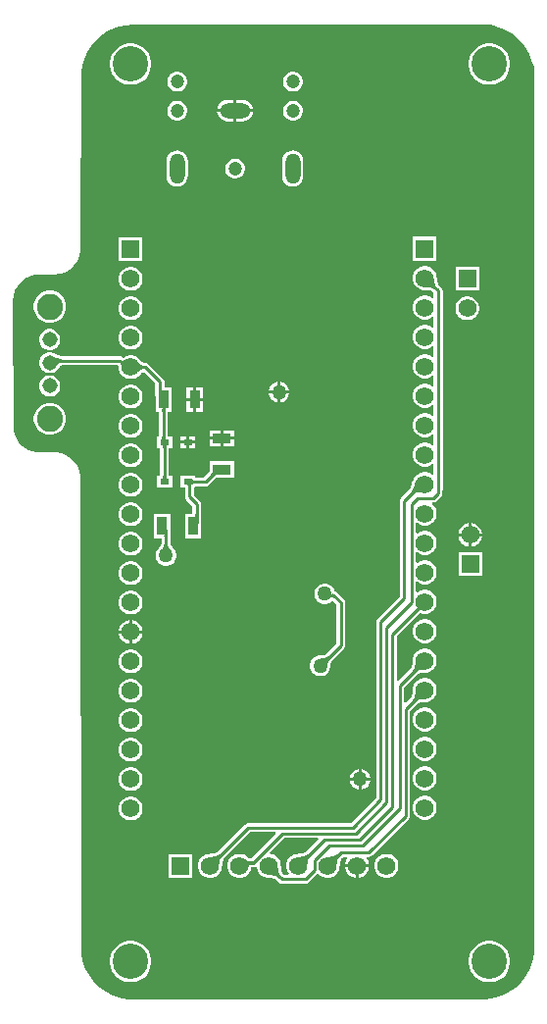
<source format=gbl>
%FSTAX23Y23*%
%MOIN*%
%SFA1B1*%

%IPPOS*%
%ADD14C,0.010000*%
%ADD39C,0.061810*%
%ADD40R,0.061810X0.061810*%
%ADD41R,0.061810X0.061810*%
%ADD44C,0.047240*%
%ADD45O,0.051500X0.102990*%
%ADD46O,0.102990X0.051500*%
%ADD47C,0.051500*%
%ADD48C,0.088580*%
%ADD49C,0.120000*%
%ADD50C,0.050000*%
%ADD51R,0.035430X0.062990*%
%ADD52R,0.031500X0.019680*%
%ADD53R,0.062990X0.035430*%
%LNpcb1-1*%
%LPD*%
G36*
X05041Y04418D02*
X05084Y04402D01*
X05109Y04388*
X0513Y04372*
X05153Y04347*
X05171Y04318*
X05182Y04288*
X05186Y04274*
X05188Y04258*
X05188Y01261*
X05181Y01233*
X05171Y01206*
X05155Y0118*
X05136Y01157*
X05113Y01138*
X05084Y01122*
X05054Y01111*
X05022Y01105*
X03806Y01106*
X03775Y01112*
X03748Y01122*
X03721Y01138*
X03698Y01157*
X03679Y0118*
X03662Y01208*
X03652Y01235*
X03646Y01266*
X03644Y02885*
X03641Y029*
X03636Y02912*
X03629Y02925*
X0362Y02936*
X03609Y02946*
X03595Y02955*
X0358Y02961*
X03565Y02964*
X03495Y02965*
X03481Y02968*
X03468Y02972*
X03456Y02979*
X03446Y02986*
X03435Y02998*
X03426Y03011*
X03419Y03025*
X03416Y03041*
X03415Y0348*
X03416Y03497*
X03421Y03514*
X0343Y0353*
X03441Y03543*
X03454Y03554*
X0347Y03563*
X03487Y03568*
X03505Y0357*
X03555*
X03574Y03572*
X03591Y03577*
X03608Y03587*
X03621Y03599*
X03633Y03615*
X0364Y03632*
X03644Y03651*
X03644Y0367*
X03646Y04258*
X03653Y04293*
X03667Y04326*
X03688Y04355*
X03711Y04378*
X03734Y04394*
X03764Y04408*
X03793Y04416*
X03824Y0442*
X05022*
X05041Y04418*
G37*
%LNpcb1-2*%
%LPC*%
G36*
X05041Y04355D02*
X05028D01*
X05014Y04352*
X05001Y04347*
X0499Y04339*
X0498Y04329*
X04972Y04318*
X04967Y04305*
X04965Y04291*
Y04278*
X04967Y04264*
X04972Y04251*
X0498Y0424*
X0499Y0423*
X05001Y04222*
X05014Y04217*
X05028Y04215*
X05041*
X05055Y04217*
X05068Y04222*
X05079Y0423*
X05089Y0424*
X05097Y04251*
X05102Y04264*
X05105Y04278*
Y04291*
X05102Y04305*
X05097Y04318*
X05089Y04329*
X05079Y04339*
X05068Y04347*
X05055Y04352*
X05041Y04355*
G37*
G36*
X03821D02*
X03808D01*
X03794Y04352*
X03781Y04347*
X0377Y04339*
X0376Y04329*
X03752Y04318*
X03747Y04305*
X03745Y04291*
Y04278*
X03747Y04264*
X03752Y04251*
X0376Y0424*
X0377Y0423*
X03781Y04222*
X03794Y04217*
X03808Y04215*
X03821*
X03835Y04217*
X03848Y04222*
X03859Y0423*
X03869Y0424*
X03877Y04251*
X03882Y04264*
X03885Y04278*
Y04291*
X03882Y04305*
X03877Y04318*
X03869Y04329*
X03859Y04339*
X03848Y04347*
X03835Y04352*
X03821Y04355*
G37*
G36*
X04371Y04258D02*
X04362D01*
X04353Y04256*
X04346Y04252*
X04339Y04245*
X04335Y04238*
X04333Y04229*
Y0422*
X04335Y04212*
X04339Y04204*
X04346Y04198*
X04353Y04193*
X04362Y04191*
X04371*
X04379Y04193*
X04387Y04198*
X04393Y04204*
X04398Y04212*
X044Y0422*
Y04229*
X04398Y04238*
X04393Y04245*
X04387Y04252*
X04379Y04256*
X04371Y04258*
G37*
G36*
X03977D02*
X03968D01*
X0396Y04256*
X03952Y04252*
X03946Y04245*
X03941Y04238*
X03939Y04229*
Y0422*
X03941Y04212*
X03946Y04204*
X03952Y04198*
X0396Y04193*
X03968Y04191*
X03977*
X03986Y04193*
X03993Y04198*
X04Y04204*
X04004Y04212*
X04006Y0422*
Y04229*
X04004Y04238*
X04Y04245*
X03993Y04252*
X03986Y04256*
X03977Y04258*
G37*
G36*
X04195Y04162D02*
X04175D01*
Y04131*
X04231*
X0423Y04136*
X04226Y04144*
X04221Y04152*
X04213Y04158*
X04205Y04161*
X04195Y04162*
G37*
G36*
X04165D02*
X04144D01*
X04134Y04161*
X04126Y04158*
X04118Y04152*
X04113Y04144*
X04109Y04136*
X04108Y04131*
X04165*
Y04162*
G37*
G36*
X04371Y0416D02*
X04362D01*
X04353Y04158*
X04346Y04153*
X04339Y04147*
X04335Y04139*
X04333Y04131*
Y04122*
X04335Y04113*
X04339Y04106*
X04346Y04099*
X04353Y04095*
X04362Y04093*
X04371*
X04379Y04095*
X04387Y04099*
X04393Y04106*
X04398Y04113*
X044Y04122*
Y04131*
X04398Y04139*
X04393Y04147*
X04387Y04153*
X04379Y04158*
X04371Y0416*
G37*
G36*
X03977D02*
X03968D01*
X0396Y04158*
X03952Y04153*
X03946Y04147*
X03941Y04139*
X03939Y04131*
Y04122*
X03941Y04113*
X03946Y04106*
X03952Y04099*
X0396Y04095*
X03968Y04093*
X03977*
X03986Y04095*
X03993Y04099*
X04Y04106*
X04004Y04113*
X04006Y04122*
Y04131*
X04004Y04139*
X04Y04147*
X03993Y04153*
X03986Y04158*
X03977Y0416*
G37*
G36*
X04231Y04121D02*
X04175D01*
Y0409*
X04195*
X04205Y04092*
X04213Y04095*
X04221Y04101*
X04226Y04108*
X0423Y04117*
X04231Y04121*
G37*
G36*
X04165D02*
X04108D01*
X04109Y04117*
X04113Y04108*
X04118Y04101*
X04126Y04095*
X04134Y04092*
X04144Y0409*
X04165*
Y04121*
G37*
G36*
X04174Y03963D02*
X04165D01*
X04157Y03961*
X04149Y03956*
X04143Y0395*
X04138Y03942*
X04136Y03934*
Y03925*
X04138Y03917*
X04143Y03909*
X04149Y03903*
X04157Y03898*
X04165Y03896*
X04174*
X04182Y03898*
X0419Y03903*
X04196Y03909*
X04201Y03917*
X04203Y03925*
Y03934*
X04201Y03942*
X04196Y0395*
X0419Y03956*
X04182Y03961*
X04174Y03963*
G37*
G36*
X04366Y03991D02*
X04357Y0399D01*
X04348Y03986*
X04341Y03981*
X04335Y03973*
X04332Y03965*
X0433Y03955*
Y03904*
X04332Y03894*
X04335Y03886*
X04341Y03878*
X04348Y03873*
X04357Y03869*
X04366Y03868*
X04376Y03869*
X04384Y03873*
X04392Y03878*
X04398Y03886*
X04401Y03894*
X04402Y03904*
Y03955*
X04401Y03965*
X04398Y03973*
X04392Y03981*
X04384Y03986*
X04376Y0399*
X04366Y03991*
G37*
G36*
X03973D02*
X03963Y0399D01*
X03955Y03986*
X03947Y03981*
X03941Y03973*
X03938Y03965*
X03937Y03955*
Y03904*
X03938Y03894*
X03941Y03886*
X03947Y03878*
X03955Y03873*
X03963Y03869*
X03973Y03868*
X03982Y03869*
X03991Y03873*
X03998Y03878*
X04004Y03886*
X04007Y03894*
X04009Y03904*
Y03955*
X04007Y03965*
X04004Y03973*
X03998Y03981*
X03991Y03986*
X03982Y0399*
X03973Y03991*
G37*
G36*
X04855Y03698D02*
X04774D01*
Y03617*
X04855*
Y03698*
G37*
G36*
X03855Y03695D02*
X03774D01*
Y03614*
X03855*
Y03695*
G37*
G36*
X05Y03595D02*
X04919D01*
Y03514*
X05*
Y03595*
G37*
G36*
X0382D02*
X03809D01*
X03799Y03593*
X03789Y03587*
X03782Y0358*
X03776Y0357*
X03774Y0356*
Y03549*
X03776Y03539*
X03782Y03529*
X03789Y03522*
X03799Y03516*
X03809Y03514*
X0382*
X0383Y03516*
X0384Y03522*
X03847Y03529*
X03853Y03539*
X03855Y03549*
Y0356*
X03853Y0357*
X03847Y0358*
X0384Y03587*
X0383Y03593*
X0382Y03595*
G37*
G36*
X0482Y03598D02*
X04809D01*
X04799Y03596*
X04789Y0359*
X04782Y03583*
X04776Y03573*
X04774Y03563*
Y03552*
X04776Y03542*
X04782Y03532*
X04789Y03525*
X04799Y03519*
X04809Y03517*
X04816*
X04817Y03516*
X04821Y03517*
X04824Y03516*
X04828Y03516*
X04831Y03516*
X04833Y03515*
X04836Y03514*
X04838Y03513*
X0484Y03512*
X04842Y0351*
X04843Y0351*
X04845Y03507*
Y03491*
X0484Y03489*
X0484Y0349*
X0483Y03496*
X0482Y03498*
X04809*
X04799Y03496*
X04789Y0349*
X04782Y03483*
X04776Y03473*
X04774Y03463*
Y03452*
X04776Y03442*
X04782Y03432*
X04789Y03425*
X04799Y03419*
X04809Y03417*
X0482*
X0483Y03419*
X0484Y03425*
X0484Y03426*
X04845Y03424*
Y03391*
X0484Y03389*
X0484Y0339*
X0483Y03396*
X0482Y03398*
X04809*
X04799Y03396*
X04789Y0339*
X04782Y03383*
X04776Y03373*
X04774Y03363*
Y03352*
X04776Y03342*
X04782Y03332*
X04789Y03325*
X04799Y03319*
X04809Y03317*
X0482*
X0483Y03319*
X0484Y03325*
X0484Y03326*
X04845Y03324*
Y03291*
X0484Y03289*
X0484Y0329*
X0483Y03296*
X0482Y03298*
X04809*
X04799Y03296*
X04789Y0329*
X04782Y03283*
X04776Y03273*
X04774Y03263*
Y03252*
X04776Y03242*
X04782Y03232*
X04789Y03225*
X04799Y03219*
X04809Y03217*
X0482*
X0483Y03219*
X0484Y03225*
X0484Y03226*
X04845Y03224*
Y03191*
X0484Y03189*
X0484Y0319*
X0483Y03196*
X0482Y03198*
X04809*
X04799Y03196*
X04789Y0319*
X04782Y03183*
X04776Y03173*
X04774Y03163*
Y03152*
X04776Y03142*
X04782Y03132*
X04789Y03125*
X04799Y03119*
X04809Y03117*
X0482*
X0483Y03119*
X0484Y03125*
X0484Y03126*
X04845Y03124*
Y03091*
X0484Y03089*
X0484Y0309*
X0483Y03096*
X0482Y03098*
X04809*
X04799Y03096*
X04789Y0309*
X04782Y03083*
X04776Y03073*
X04774Y03063*
Y03052*
X04776Y03042*
X04782Y03032*
X04789Y03025*
X04799Y03019*
X04809Y03017*
X0482*
X0483Y03019*
X0484Y03025*
X0484Y03026*
X04845Y03024*
Y02991*
X0484Y02989*
X0484Y0299*
X0483Y02996*
X0482Y02998*
X04809*
X04799Y02996*
X04789Y0299*
X04782Y02983*
X04776Y02973*
X04774Y02963*
Y02952*
X04776Y02942*
X04782Y02932*
X04789Y02925*
X04799Y02919*
X04809Y02917*
X0482*
X0483Y02919*
X0484Y02925*
X0484Y02926*
X04845Y02924*
Y02891*
X0484Y02889*
X0484Y0289*
X0483Y02896*
X0482Y02898*
X04809*
X04799Y02896*
X04789Y0289*
X04782Y02883*
X04776Y02873*
X04775Y02869*
X04775Y02869*
X04772Y02859*
X04771Y02855*
X04768Y02848*
X04766Y02845*
X04765Y02843*
X04763Y0284*
X04762Y02839*
X04762Y02838*
X04734Y0281*
X0473Y02805*
X04729Y028*
Y02476*
X04654Y024*
X0465Y02395*
X04649Y0239*
Y01791*
X04563Y01705*
X04215*
X04209Y01704*
X04204Y017*
X04112Y01608*
X04111Y01608*
X04109Y01606*
X04107Y01605*
X04105Y01604*
X04102Y01603*
X04099Y01602*
X04096Y01601*
X04093Y01601*
X04089Y01601*
X04085Y01601*
X04084Y016*
X04079*
X04069Y01598*
X04059Y01592*
X04052Y01585*
X04046Y01575*
X04044Y01565*
Y01554*
X04046Y01544*
X04052Y01534*
X04059Y01527*
X04069Y01521*
X04079Y01519*
X0409*
X041Y01521*
X0411Y01527*
X04117Y01534*
X04123Y01544*
X04125Y01554*
Y01559*
X04126Y0156*
X04126Y01564*
X04126Y01568*
X04126Y01571*
X04127Y01574*
X04128Y01577*
X04129Y0158*
X0413Y01582*
X04131Y01584*
X04133Y01586*
X04133Y01587*
X04221Y01674*
X04306*
X04308Y0167*
X04223Y01585*
X04222Y01585*
X0422Y01585*
X04219Y01586*
X04217Y01586*
X04216Y01587*
X04215Y01588*
X04214Y01588*
X04213Y01589*
X04212Y01589*
X0421Y01592*
X042Y01598*
X0419Y016*
X04179*
X04169Y01598*
X04159Y01592*
X04152Y01585*
X04146Y01575*
X04144Y01565*
Y01554*
X04146Y01544*
X04152Y01534*
X04159Y01527*
X04169Y01521*
X04179Y01519*
X0419*
X042Y01521*
X0421Y01527*
X04217Y01534*
X04223Y01544*
X04225Y01554*
X04226Y01554*
X04226Y01554*
X04228Y01554*
X04229*
X04235Y01555*
X04239Y01557*
X04244Y01555*
Y01554*
X04246Y01544*
X04252Y01534*
X04259Y01527*
X04269Y01521*
X04279Y01519*
X04284*
X04285Y01518*
X04289Y01518*
X04293Y01518*
X04296Y01518*
X04299Y01517*
X04302Y01516*
X04305Y01515*
X04307Y01514*
X04309Y01513*
X04311Y01511*
X04312Y01511*
X0432Y01503*
X04325Y01499*
X0433Y01498*
X04409*
X04414Y01499*
X04419Y01503*
X04448Y01531*
X04451Y01534*
X04455Y01531*
X04459Y01527*
X04469Y01521*
X04479Y01519*
X0449*
X045Y01521*
X0451Y01527*
X04517Y01534*
X04523Y01544*
X04525Y01554*
Y01559*
X04526Y0156*
X04526Y01564*
X04526Y01568*
X04526Y01571*
X04527Y01574*
X04528Y01577*
X04529Y0158*
X0453Y01582*
X04531Y01584*
X04533Y01586*
X04533Y01587*
X04537Y0159*
X04551*
X04553Y01585*
X04552Y01585*
X04546Y01575*
X04544Y01565*
Y01565*
X04625*
Y01565*
X04623Y01575*
X04617Y01585*
X04616Y01585*
X04618Y0159*
X04625*
X04631Y01591*
X04636Y01595*
X0476Y01719*
X04764Y01724*
X04765Y0173*
Y02086*
X04787Y02109*
X04788Y02109*
X0479Y02111*
X04792Y02112*
X04794Y02113*
X04797Y02114*
X048Y02115*
X04803Y02116*
X04806Y02116*
X0481Y02116*
X04814Y02116*
X04815Y02117*
X0482*
X0483Y02119*
X0484Y02125*
X04847Y02132*
X04853Y02142*
X04855Y02152*
Y02163*
X04853Y02173*
X04847Y02183*
X0484Y0219*
X0483Y02196*
X0482Y02198*
X04809*
X04799Y02196*
X04789Y0219*
X04782Y02183*
X04776Y02173*
X04774Y02163*
Y02158*
X04773Y02157*
X04773Y02153*
X04773Y02149*
X04773Y02146*
X04772Y02143*
X04771Y0214*
X0477Y02137*
X04769Y02135*
X04768Y02133*
X04766Y02131*
X04766Y0213*
X04749Y02114*
X04745Y02116*
Y02166*
X04787Y02209*
X04788Y02209*
X0479Y02211*
X04792Y02212*
X04794Y02213*
X04797Y02214*
X048Y02215*
X04803Y02216*
X04806Y02216*
X0481Y02216*
X04814Y02216*
X04815Y02217*
X0482*
X0483Y02219*
X0484Y02225*
X04847Y02232*
X04853Y02242*
X04855Y02252*
Y02263*
X04853Y02273*
X04847Y02283*
X0484Y0229*
X0483Y02296*
X0482Y02298*
X04809*
X04799Y02296*
X04789Y0229*
X04782Y02283*
X04776Y02273*
X04774Y02263*
Y02258*
X04773Y02257*
X04773Y02253*
X04773Y02249*
X04773Y02246*
X04772Y02243*
X04771Y0224*
X0477Y02237*
X04769Y02235*
X04768Y02233*
X04766Y02231*
X04766Y0223*
X04724Y02189*
X0472Y02191*
Y02341*
X04798Y0242*
X04799Y02419*
X04809Y02417*
X0482*
X0483Y02419*
X0484Y02425*
X04847Y02432*
X04853Y02442*
X04855Y02452*
Y02463*
X04853Y02473*
X04847Y02483*
X0484Y0249*
X0483Y02496*
X0482Y02498*
X04809*
X04799Y02496*
X04789Y0249*
X04789Y02489*
X04784Y02491*
Y02524*
X04789Y02526*
X04789Y02525*
X04799Y02519*
X04809Y02517*
X0482*
X0483Y02519*
X0484Y02525*
X04847Y02532*
X04853Y02542*
X04855Y02552*
Y02563*
X04853Y02573*
X04847Y02583*
X0484Y0259*
X0483Y02596*
X0482Y02598*
X04809*
X04799Y02596*
X04789Y0259*
X04789Y02589*
X04784Y02591*
Y02624*
X04789Y02626*
X04789Y02625*
X04799Y02619*
X04809Y02617*
X0482*
X0483Y02619*
X0484Y02625*
X04847Y02632*
X04853Y02642*
X04855Y02652*
Y02663*
X04853Y02673*
X04847Y02683*
X0484Y0269*
X0483Y02696*
X0482Y02698*
X04809*
X04799Y02696*
X04789Y0269*
X04789Y02689*
X04784Y02691*
Y02724*
X04789Y02726*
X04789Y02725*
X04799Y02719*
X04809Y02717*
X0482*
X0483Y02719*
X0484Y02725*
X04847Y02732*
X04853Y02742*
X04855Y02752*
Y02763*
X04853Y02773*
X04847Y02783*
X04841Y02789*
X04842Y02794*
X04845*
X0485Y02795*
X04855Y02799*
X0487Y02814*
X04874Y02819*
X04875Y02825*
Y02834*
X04876Y02838*
Y03514*
X04875Y03519*
X04871Y03524*
X04864Y03532*
X04864Y03532*
X04862Y03534*
X04861Y03536*
X0486Y03539*
X04859Y03541*
X04858Y03544*
X04857Y03547*
X04856Y03555*
X04856Y03559*
X04855Y0356*
Y03563*
X04853Y03573*
X04847Y03583*
X0484Y0359*
X0483Y03596*
X0482Y03598*
G37*
G36*
X04965Y03495D02*
X04954D01*
X04944Y03493*
X04934Y03487*
X04927Y0348*
X04921Y0347*
X04919Y0346*
Y03449*
X04921Y03439*
X04927Y03429*
X04934Y03422*
X04944Y03416*
X04954Y03414*
X04965*
X04975Y03416*
X04985Y03422*
X04992Y03429*
X04998Y03439*
X05Y03449*
Y0346*
X04998Y0347*
X04992Y0348*
X04985Y03487*
X04975Y03493*
X04965Y03495*
G37*
G36*
X0382D02*
X03809D01*
X03799Y03493*
X03789Y03487*
X03782Y0348*
X03776Y0347*
X03774Y0346*
Y03449*
X03776Y03439*
X03782Y03429*
X03789Y03422*
X03799Y03416*
X03809Y03414*
X0382*
X0383Y03416*
X0384Y03422*
X03847Y03429*
X03853Y03439*
X03855Y03449*
Y0346*
X03853Y0347*
X03847Y0348*
X0384Y03487*
X0383Y03493*
X0382Y03495*
G37*
G36*
X03547Y03515D02*
X03532D01*
X03519Y03511*
X03506Y03504*
X03496Y03494*
X03489Y03481*
X03485Y03468*
Y03453*
X03489Y03439*
X03496Y03427*
X03506Y03417*
X03519Y0341*
X03532Y03406*
X03547*
X0356Y0341*
X03573Y03417*
X03583Y03427*
X0359Y03439*
X03594Y03453*
Y03468*
X0359Y03481*
X03583Y03494*
X03573Y03504*
X0356Y03511*
X03547Y03515*
G37*
G36*
X0382Y03395D02*
X03809D01*
X03799Y03393*
X03789Y03387*
X03782Y0338*
X03776Y0337*
X03774Y0336*
Y03349*
X03776Y03339*
X03782Y03329*
X03789Y03322*
X03799Y03316*
X03809Y03314*
X0382*
X0383Y03316*
X0384Y03322*
X03847Y03329*
X03853Y03339*
X03855Y03349*
Y0336*
X03853Y0337*
X03847Y0338*
X0384Y03387*
X0383Y03393*
X0382Y03395*
G37*
G36*
X03544Y03384D02*
X03535D01*
X03526Y03382*
X03518Y03377*
X03511Y0337*
X03506Y03362*
X03504Y03353*
Y03344*
X03506Y03334*
X03511Y03326*
X03518Y0332*
X03526Y03315*
X03535Y03312*
X03544*
X03553Y03315*
X03561Y0332*
X03568Y03326*
X03573Y03334*
X03575Y03344*
Y03353*
X03573Y03362*
X03568Y0337*
X03561Y03377*
X03553Y03382*
X03544Y03384*
G37*
G36*
X04325Y03204D02*
Y03175D01*
X04354*
X04352Y03183*
X04348Y03191*
X04341Y03198*
X04333Y03202*
X04325Y03204*
G37*
G36*
X04315D02*
X04306Y03202D01*
X04298Y03198*
X04291Y03191*
X04287Y03183*
X04285Y03175*
X04315*
Y03204*
G37*
G36*
X03544Y03227D02*
X03535D01*
X03526Y03224*
X03518Y03219*
X03511Y03213*
X03506Y03205*
X03504Y03195*
Y03186*
X03506Y03177*
X03511Y03169*
X03518Y03162*
X03526Y03157*
X03535Y03155*
X03544*
X03553Y03157*
X03561Y03162*
X03568Y03169*
X03573Y03177*
X03575Y03186*
Y03195*
X03573Y03205*
X03568Y03213*
X03561Y03219*
X03553Y03224*
X03544Y03227*
G37*
G36*
X0406Y03186D02*
X04038D01*
Y0315*
X0406*
Y03186*
G37*
G36*
X04028D02*
X04005D01*
Y0315*
X04028*
Y03186*
G37*
G36*
X04354Y03165D02*
X04325D01*
Y03135*
X04333Y03137*
X04341Y03141*
X04348Y03148*
X04352Y03156*
X04354Y03165*
G37*
G36*
X04315D02*
X04285D01*
X04287Y03156*
X04291Y03148*
X04298Y03141*
X04306Y03137*
X04315Y03135*
Y03165*
G37*
G36*
X0382Y03195D02*
X03809D01*
X03799Y03193*
X03789Y03187*
X03782Y0318*
X03776Y0317*
X03774Y0316*
Y03149*
X03776Y03139*
X03782Y03129*
X03789Y03122*
X03799Y03116*
X03809Y03114*
X0382*
X0383Y03116*
X0384Y03122*
X03847Y03129*
X03853Y03139*
X03855Y03149*
Y0316*
X03853Y0317*
X03847Y0318*
X0384Y03187*
X0383Y03193*
X0382Y03195*
G37*
G36*
X0406Y0314D02*
X04038D01*
Y03103*
X0406*
Y0314*
G37*
G36*
X04028D02*
X04005D01*
Y03103*
X04028*
Y0314*
G37*
G36*
X03547Y03133D02*
X03532D01*
X03519Y03129*
X03506Y03122*
X03496Y03112*
X03489Y031*
X03485Y03086*
Y03071*
X03489Y03058*
X03496Y03045*
X03506Y03035*
X03519Y03028*
X03532Y03024*
X03547*
X0356Y03028*
X03573Y03035*
X03583Y03045*
X0359Y03058*
X03594Y03071*
Y03086*
X0359Y031*
X03583Y03112*
X03573Y03122*
X0356Y03129*
X03547Y03133*
G37*
G36*
X04166Y0304D02*
X0413D01*
Y03018*
X04166*
Y0304*
G37*
G36*
X0412D02*
X04083D01*
Y03018*
X0412*
Y0304*
G37*
G36*
X0382Y03095D02*
X03809D01*
X03799Y03093*
X03789Y03087*
X03782Y0308*
X03776Y0307*
X03774Y0306*
Y03049*
X03776Y03039*
X03782Y03029*
X03789Y03022*
X03799Y03016*
X03809Y03014*
X0382*
X0383Y03016*
X0384Y03022*
X03847Y03029*
X03853Y03039*
X03855Y03049*
Y0306*
X03853Y0307*
X03847Y0308*
X0384Y03087*
X0383Y03093*
X0382Y03095*
G37*
G36*
X04035Y03019D02*
X04014D01*
Y03005*
X04035*
Y03019*
G37*
G36*
X04004D02*
X03983D01*
Y03005*
X04004*
Y03019*
G37*
G36*
X04166Y03008D02*
X0413D01*
Y02985*
X04166*
Y03008*
G37*
G36*
X0412D02*
X04083D01*
Y02985*
X0412*
Y03008*
G37*
G36*
X04035Y02995D02*
X04014D01*
Y0298*
X04035*
Y02995*
G37*
G36*
X04004D02*
X03983D01*
Y0298*
X04004*
Y02995*
G37*
G36*
X0382Y02995D02*
X03809D01*
X03799Y02993*
X03789Y02987*
X03782Y0298*
X03776Y0297*
X03774Y0296*
Y02949*
X03776Y02939*
X03782Y02929*
X03789Y02922*
X03799Y02916*
X03809Y02914*
X0382*
X0383Y02916*
X0384Y02922*
X03847Y02929*
X03853Y02939*
X03855Y02949*
Y0296*
X03853Y0297*
X03847Y0298*
X0384Y02987*
X0383Y02993*
X0382Y02995*
G37*
G36*
X04166Y02934D02*
X04083D01*
Y02901*
X04081Y02898*
X04063Y0288*
X04035*
Y02884*
X04025*
X04025Y02884*
X04024Y02884*
X04024*
X04023Y02884*
X04023Y02884*
X03983*
Y02845*
X04*
Y02814*
X04001Y02808*
X04004Y02803*
X04024Y02783*
Y02756*
X04*
Y02673*
X04055*
Y02746*
X04055Y02746*
X04055Y02746*
Y02756*
X04055*
Y0279*
X04054Y02795*
X0405Y028*
X0403Y0282*
Y02845*
X04035*
Y02849*
X04069*
X04075Y0285*
X0408Y02854*
X04102Y02876*
X04104Y02878*
X04105Y02879*
X04166*
Y02934*
G37*
G36*
X03544Y03305D02*
X03535D01*
X03526Y03303*
X03518Y03298*
X03511Y03291*
X03506Y03283*
X03504Y03274*
Y03265*
X03506Y03256*
X03511Y03248*
X03518Y03241*
X03526Y03236*
X03535Y03234*
X03544*
X03553Y03236*
X03561Y03241*
X03568Y03248*
X03571Y03252*
X03571Y03253*
X03573Y03255*
X03574Y03257*
X03575Y03258*
X03576Y03259*
X03577Y0326*
X03579Y03261*
X0358Y03261*
X03582Y03262*
X03584Y03262*
X03584Y03262*
X03771*
X03771Y03262*
X03772Y03261*
X03773Y0326*
X03773Y03259*
X03773Y03258*
X03773Y03258*
X03774Y03258*
Y03257*
X03774Y03256*
Y03249*
X03776Y03239*
X03782Y03229*
X03789Y03222*
X03799Y03216*
X03809Y03214*
X0382*
X0383Y03216*
X0384Y03222*
X03847Y03229*
X03849Y03232*
X03849Y03232*
X0385Y03234*
X03851Y03235*
X03852Y03236*
X03853Y03237*
X03855Y03237*
X03856Y03238*
X03858Y03239*
X03859Y03239*
X03898Y03199*
Y03157*
X03899Y03156*
Y03103*
X03911*
Y03019*
X03904*
Y0298*
X03915*
Y02884*
X03904*
Y02845*
X03956*
Y02884*
X03945*
Y0298*
X03956*
Y03019*
X03942*
Y03103*
X03954*
Y03186*
X03929*
Y03205*
X03928Y03211*
X03924Y03216*
X03875Y03265*
X0387Y03269*
X03865Y0327*
X03862*
X0386Y0327*
X03858Y0327*
X03856Y03271*
X03855Y03272*
X03853Y03272*
X03852Y03273*
X03851Y03274*
X0385Y03275*
X03849Y03277*
X03849Y03277*
X03847Y0328*
X0384Y03287*
X0383Y03293*
X0382Y03295*
X03809*
X03799Y03293*
X03789Y03287*
X03788Y03288*
X03783Y03292*
X03778Y03293*
X0358*
X03579Y03293*
X03577Y03293*
X03572Y03295*
X03569Y03296*
X03559Y033*
X03556Y03301*
X03555Y03302*
X03553Y03303*
X03544Y03305*
G37*
G36*
X0382Y02895D02*
X03809D01*
X03799Y02893*
X03789Y02887*
X03782Y0288*
X03776Y0287*
X03774Y0286*
Y02849*
X03776Y02839*
X03782Y02829*
X03789Y02822*
X03799Y02816*
X03809Y02814*
X0382*
X0383Y02816*
X0384Y02822*
X03847Y02829*
X03853Y02839*
X03855Y02849*
Y0286*
X03853Y0287*
X03847Y0288*
X0384Y02887*
X0383Y02893*
X0382Y02895*
G37*
G36*
Y02795D02*
X03809D01*
X03799Y02793*
X03789Y02787*
X03782Y0278*
X03776Y0277*
X03774Y0276*
Y02749*
X03776Y02739*
X03782Y02729*
X03789Y02722*
X03799Y02716*
X03809Y02714*
X0382*
X0383Y02716*
X0384Y02722*
X03847Y02729*
X03853Y02739*
X03855Y02749*
Y0276*
X03853Y0277*
X03847Y0278*
X0384Y02787*
X0383Y02793*
X0382Y02795*
G37*
G36*
X04975Y02725D02*
X04975D01*
Y0269*
X0501*
Y0269*
X05008Y027*
X05002Y0271*
X04995Y02717*
X04985Y02723*
X04975Y02725*
G37*
G36*
X04965D02*
X04964D01*
X04954Y02723*
X04944Y02717*
X04937Y0271*
X04931Y027*
X04929Y0269*
Y0269*
X04965*
Y02725*
G37*
G36*
X0501Y0268D02*
X04975D01*
Y02644*
X04975*
X04985Y02646*
X04995Y02652*
X05002Y02659*
X05008Y02669*
X0501Y02679*
Y0268*
G37*
G36*
X04965D02*
X04929D01*
Y02679*
X04931Y02669*
X04937Y02659*
X04944Y02652*
X04954Y02646*
X04964Y02644*
X04965*
Y0268*
G37*
G36*
X0382Y02695D02*
X03809D01*
X03799Y02693*
X03789Y02687*
X03782Y0268*
X03776Y0267*
X03774Y0266*
Y02649*
X03776Y02639*
X03782Y02629*
X03789Y02622*
X03799Y02616*
X03809Y02614*
X0382*
X0383Y02616*
X0384Y02622*
X03847Y02629*
X03853Y02639*
X03855Y02649*
Y0266*
X03853Y0267*
X03847Y0268*
X0384Y02687*
X0383Y02693*
X0382Y02695*
G37*
G36*
X03949Y02756D02*
X03894D01*
Y02673*
X03919*
Y02661*
X03919Y02659*
Y02657*
X03919Y02655*
X03919Y02653*
X03918Y02651*
X03917Y02649*
X03916Y02648*
X03915Y02646*
X03913Y02644*
X03912Y02642*
X0391Y02639*
X03909Y02639*
X03906Y02636*
X03902Y02628*
X039Y02619*
Y0261*
X03902Y02601*
X03906Y02593*
X03913Y02586*
X03921Y02582*
X0393Y0258*
X03939*
X03948Y02582*
X03956Y02586*
X03963Y02593*
X03967Y02601*
X0397Y0261*
Y02619*
X03967Y02628*
X03963Y02636*
X0396Y02639*
X03959Y02639*
X03957Y02642*
X03956Y02644*
X03954Y02646*
X03953Y02648*
X03952Y02649*
X03951Y02651*
X0395Y02653*
X0395Y02655*
X0395Y02657*
Y0266*
X03949Y02662*
Y02702*
X03949Y02703*
Y02756*
G37*
G36*
X0501Y02625D02*
X04929D01*
Y02544*
X0501*
Y02625*
G37*
G36*
X0382Y02595D02*
X03809D01*
X03799Y02593*
X03789Y02587*
X03782Y0258*
X03776Y0257*
X03774Y0256*
Y02549*
X03776Y02539*
X03782Y02529*
X03789Y02522*
X03799Y02516*
X03809Y02514*
X0382*
X0383Y02516*
X0384Y02522*
X03847Y02529*
X03853Y02539*
X03855Y02549*
Y0256*
X03853Y0257*
X03847Y0258*
X0384Y02587*
X0383Y02593*
X0382Y02595*
G37*
G36*
Y02495D02*
X03809D01*
X03799Y02493*
X03789Y02487*
X03782Y0248*
X03776Y0247*
X03774Y0246*
Y02449*
X03776Y02439*
X03782Y02429*
X03789Y02422*
X03799Y02416*
X03809Y02414*
X0382*
X0383Y02416*
X0384Y02422*
X03847Y02429*
X03853Y02439*
X03855Y02449*
Y0246*
X03853Y0247*
X03847Y0248*
X0384Y02487*
X0383Y02493*
X0382Y02495*
G37*
G36*
Y02395D02*
X0382D01*
Y0236*
X03855*
Y0236*
X03853Y0237*
X03847Y0238*
X0384Y02387*
X0383Y02393*
X0382Y02395*
G37*
G36*
X0381D02*
X03809D01*
X03799Y02393*
X03789Y02387*
X03782Y0238*
X03776Y0237*
X03774Y0236*
Y0236*
X0381*
Y02395*
G37*
G36*
X0482Y02398D02*
X04809D01*
X04799Y02396*
X04789Y0239*
X04782Y02383*
X04776Y02373*
X04774Y02363*
Y02352*
X04776Y02342*
X04782Y02332*
X04789Y02325*
X04799Y02319*
X04809Y02317*
X0482*
X0483Y02319*
X0484Y02325*
X04847Y02332*
X04853Y02342*
X04855Y02352*
Y02363*
X04853Y02373*
X04847Y02383*
X0484Y0239*
X0483Y02396*
X0482Y02398*
G37*
G36*
X03855Y0235D02*
X0382D01*
Y02314*
X0382*
X0383Y02316*
X0384Y02322*
X03847Y02329*
X03853Y02339*
X03855Y02349*
Y0235*
G37*
G36*
X0381D02*
X03774D01*
Y02349*
X03776Y02339*
X03782Y02329*
X03789Y02322*
X03799Y02316*
X03809Y02314*
X0381*
Y0235*
G37*
G36*
X0382Y02295D02*
X03809D01*
X03799Y02293*
X03789Y02287*
X03782Y0228*
X03776Y0227*
X03774Y0226*
Y02249*
X03776Y02239*
X03782Y02229*
X03789Y02222*
X03799Y02216*
X03809Y02214*
X0382*
X0383Y02216*
X0384Y02222*
X03847Y02229*
X03853Y02239*
X03855Y02249*
Y0226*
X03853Y0227*
X03847Y0228*
X0384Y02287*
X0383Y02293*
X0382Y02295*
G37*
G36*
X04479Y0252D02*
X0447D01*
X04461Y02517*
X04453Y02513*
X04446Y02506*
X04442Y02498*
X0444Y02489*
Y0248*
X04442Y02471*
X04446Y02463*
X04453Y02456*
X04461Y02452*
X0447Y0245*
X04479*
X04488Y02452*
X04496Y02456*
X04501Y02461*
X04514Y02448*
Y02316*
X04479Y0228*
X04477Y02279*
X04476Y02278*
X04474Y02277*
X04472Y02277*
X0447Y02276*
X04468Y02275*
X04465Y02275*
X04463Y02275*
X0446Y02275*
X04459Y02275*
X04455*
X04446Y02272*
X04438Y02268*
X04431Y02261*
X04427Y02253*
X04425Y02244*
Y02235*
X04427Y02226*
X04431Y02218*
X04438Y02211*
X04446Y02207*
X04455Y02205*
X04464*
X04473Y02207*
X04481Y02211*
X04488Y02218*
X04492Y02226*
X04495Y02235*
Y02239*
X04495Y0224*
X04495Y02243*
X04495Y02245*
X04495Y02248*
X04496Y0225*
X04497Y02252*
X04497Y02254*
X04498Y02256*
X04499Y02257*
X045Y02259*
X0454Y02299*
X04544Y02304*
X04545Y0231*
Y02455*
X04544Y0246*
X0454Y02465*
X04516Y0249*
X04511Y02493*
X04508Y02493*
X04507Y02498*
X04503Y02506*
X04496Y02513*
X04488Y02517*
X04479Y0252*
G37*
G36*
X0382Y02195D02*
X03809D01*
X03799Y02193*
X03789Y02187*
X03782Y0218*
X03776Y0217*
X03774Y0216*
Y02149*
X03776Y02139*
X03782Y02129*
X03789Y02122*
X03799Y02116*
X03809Y02114*
X0382*
X0383Y02116*
X0384Y02122*
X03847Y02129*
X03853Y02139*
X03855Y02149*
Y0216*
X03853Y0217*
X03847Y0218*
X0384Y02187*
X0383Y02193*
X0382Y02195*
G37*
G36*
X0482Y02098D02*
X04809D01*
X04799Y02096*
X04789Y0209*
X04782Y02083*
X04776Y02073*
X04774Y02063*
Y02052*
X04776Y02042*
X04782Y02032*
X04789Y02025*
X04799Y02019*
X04809Y02017*
X0482*
X0483Y02019*
X0484Y02025*
X04847Y02032*
X04853Y02042*
X04855Y02052*
Y02063*
X04853Y02073*
X04847Y02083*
X0484Y0209*
X0483Y02096*
X0482Y02098*
G37*
G36*
X0382Y02095D02*
X03809D01*
X03799Y02093*
X03789Y02087*
X03782Y0208*
X03776Y0207*
X03774Y0206*
Y02049*
X03776Y02039*
X03782Y02029*
X03789Y02022*
X03799Y02016*
X03809Y02014*
X0382*
X0383Y02016*
X0384Y02022*
X03847Y02029*
X03853Y02039*
X03855Y02049*
Y0206*
X03853Y0207*
X03847Y0208*
X0384Y02087*
X0383Y02093*
X0382Y02095*
G37*
G36*
X0482Y01998D02*
X04809D01*
X04799Y01996*
X04789Y0199*
X04782Y01983*
X04776Y01973*
X04774Y01963*
Y01952*
X04776Y01942*
X04782Y01932*
X04789Y01925*
X04799Y01919*
X04809Y01917*
X0482*
X0483Y01919*
X0484Y01925*
X04847Y01932*
X04853Y01942*
X04855Y01952*
Y01963*
X04853Y01973*
X04847Y01983*
X0484Y0199*
X0483Y01996*
X0482Y01998*
G37*
G36*
X0382Y01995D02*
X03809D01*
X03799Y01993*
X03789Y01987*
X03782Y0198*
X03776Y0197*
X03774Y0196*
Y01949*
X03776Y01939*
X03782Y01929*
X03789Y01922*
X03799Y01916*
X03809Y01914*
X0382*
X0383Y01916*
X0384Y01922*
X03847Y01929*
X03853Y01939*
X03855Y01949*
Y0196*
X03853Y0197*
X03847Y0198*
X0384Y01987*
X0383Y01993*
X0382Y01995*
G37*
G36*
X046Y01889D02*
Y0186D01*
X04629*
X04627Y01868*
X04623Y01876*
X04616Y01883*
X04608Y01887*
X046Y01889*
G37*
G36*
X0459D02*
X04581Y01887D01*
X04573Y01883*
X04566Y01876*
X04562Y01868*
X0456Y0186*
X0459*
Y01889*
G37*
G36*
X04629Y0185D02*
X046D01*
Y0182*
X04608Y01822*
X04616Y01826*
X04623Y01833*
X04627Y01841*
X04629Y0185*
G37*
G36*
X0459D02*
X0456D01*
X04562Y01841*
X04566Y01833*
X04573Y01826*
X04581Y01822*
X0459Y0182*
Y0185*
G37*
G36*
X0482Y01898D02*
X04809D01*
X04799Y01896*
X04789Y0189*
X04782Y01883*
X04776Y01873*
X04774Y01863*
Y01852*
X04776Y01842*
X04782Y01832*
X04789Y01825*
X04799Y01819*
X04809Y01817*
X0482*
X0483Y01819*
X0484Y01825*
X04847Y01832*
X04853Y01842*
X04855Y01852*
Y01863*
X04853Y01873*
X04847Y01883*
X0484Y0189*
X0483Y01896*
X0482Y01898*
G37*
G36*
X0382Y01895D02*
X03809D01*
X03799Y01893*
X03789Y01887*
X03782Y0188*
X03776Y0187*
X03774Y0186*
Y01849*
X03776Y01839*
X03782Y01829*
X03789Y01822*
X03799Y01816*
X03809Y01814*
X0382*
X0383Y01816*
X0384Y01822*
X03847Y01829*
X03853Y01839*
X03855Y01849*
Y0186*
X03853Y0187*
X03847Y0188*
X0384Y01887*
X0383Y01893*
X0382Y01895*
G37*
G36*
X0482Y01798D02*
X04809D01*
X04799Y01796*
X04789Y0179*
X04782Y01783*
X04776Y01773*
X04774Y01763*
Y01752*
X04776Y01742*
X04782Y01732*
X04789Y01725*
X04799Y01719*
X04809Y01717*
X0482*
X0483Y01719*
X0484Y01725*
X04847Y01732*
X04853Y01742*
X04855Y01752*
Y01763*
X04853Y01773*
X04847Y01783*
X0484Y0179*
X0483Y01796*
X0482Y01798*
G37*
G36*
X0382Y01795D02*
X03809D01*
X03799Y01793*
X03789Y01787*
X03782Y0178*
X03776Y0177*
X03774Y0176*
Y01749*
X03776Y01739*
X03782Y01729*
X03789Y01722*
X03799Y01716*
X03809Y01714*
X0382*
X0383Y01716*
X0384Y01722*
X03847Y01729*
X03853Y01739*
X03855Y01749*
Y0176*
X03853Y0177*
X03847Y0178*
X0384Y01787*
X0383Y01793*
X0382Y01795*
G37*
G36*
X0469Y016D02*
X04679D01*
X04669Y01598*
X04659Y01592*
X04652Y01585*
X04646Y01575*
X04644Y01565*
Y01554*
X04646Y01544*
X04652Y01534*
X04659Y01527*
X04669Y01521*
X04679Y01519*
X0469*
X047Y01521*
X0471Y01527*
X04717Y01534*
X04723Y01544*
X04725Y01554*
Y01565*
X04723Y01575*
X04717Y01585*
X0471Y01592*
X047Y01598*
X0469Y016*
G37*
G36*
X04625Y01555D02*
X0459D01*
Y01519*
X0459*
X046Y01521*
X0461Y01527*
X04617Y01534*
X04623Y01544*
X04625Y01554*
Y01555*
G37*
G36*
X0458D02*
X04544D01*
Y01554*
X04546Y01544*
X04552Y01534*
X04559Y01527*
X04569Y01521*
X04579Y01519*
X0458*
Y01555*
G37*
G36*
X04025Y016D02*
X03944D01*
Y01519*
X04025*
Y016*
G37*
G36*
X05041Y01305D02*
X05028D01*
X05014Y01302*
X05001Y01297*
X0499Y01289*
X0498Y01279*
X04972Y01268*
X04967Y01255*
X04965Y01241*
Y01228*
X04967Y01214*
X04972Y01201*
X0498Y0119*
X0499Y0118*
X05001Y01172*
X05014Y01167*
X05028Y01165*
X05041*
X05055Y01167*
X05068Y01172*
X05079Y0118*
X05089Y0119*
X05097Y01201*
X05102Y01214*
X05105Y01228*
Y01241*
X05102Y01255*
X05097Y01268*
X05089Y01279*
X05079Y01289*
X05068Y01297*
X05055Y01302*
X05041Y01305*
G37*
G36*
X03821D02*
X03808D01*
X03794Y01302*
X03781Y01297*
X0377Y01289*
X0376Y01279*
X03752Y01268*
X03747Y01255*
X03745Y01241*
Y01228*
X03747Y01214*
X03752Y01201*
X0376Y0119*
X0377Y0118*
X03781Y01172*
X03794Y01167*
X03808Y01165*
X03821*
X03835Y01167*
X03848Y01172*
X03859Y0118*
X03869Y0119*
X03877Y01201*
X03882Y01214*
X03885Y01228*
Y01241*
X03882Y01255*
X03877Y01268*
X03869Y01279*
X03859Y01289*
X03848Y01297*
X03835Y01302*
X03821Y01305*
G37*
%LNpcb1-3*%
%LPD*%
G36*
X04846Y03554D02*
X04847Y03545D01*
X04848Y03542*
X04849Y03538*
X0485Y03534*
X04852Y03531*
X04854Y03528*
X04856Y03526*
X04858Y03523*
X04851Y03516*
X04849Y03518*
X04846Y0352*
X04843Y03522*
X0484Y03523*
X04836Y03525*
X04833Y03525*
X04829Y03526*
X04825Y03527*
X04821Y03527*
X04816Y03527*
X04845Y03559*
X04846Y03554*
G37*
G36*
X04806Y02828D02*
X04802Y02829D01*
X04798Y02829*
X04794Y0283*
X04791Y0283*
X04788Y02829*
X04784Y02828*
X04781Y02827*
X04778Y02825*
X04775Y02823*
X04773Y02821*
X04768Y0283*
X0477Y02832*
X04772Y02834*
X04773Y02837*
X04775Y0284*
X04777Y02844*
X0478Y02851*
X04782Y02856*
X04785Y02866*
X04806Y02828*
G37*
G36*
X04814Y02227D02*
X0481Y02226D01*
X04805Y02226*
X04801Y02226*
X04797Y02225*
X04794Y02224*
X0479Y02222*
X04787Y02221*
X04784Y02219*
X04781Y02217*
X04779Y02215*
X04772Y02222*
X04774Y02224*
X04776Y02227*
X04778Y0223*
X0478Y02233*
X04781Y02237*
X04782Y0224*
X04783Y02244*
X04783Y02248*
X04784Y02253*
X04784Y02257*
X04814Y02227*
G37*
G36*
Y02127D02*
X0481Y02126D01*
X04805Y02126*
X04801Y02126*
X04797Y02125*
X04794Y02124*
X0479Y02122*
X04787Y02121*
X04784Y02119*
X04781Y02117*
X04779Y02115*
X04772Y02122*
X04774Y02124*
X04776Y02127*
X04778Y0213*
X0478Y02133*
X04781Y02137*
X04782Y0214*
X04783Y02144*
X04783Y02148*
X04784Y02153*
X04784Y02157*
X04814Y02127*
G37*
G36*
X04527Y01595D02*
X04525Y01593D01*
X04523Y0159*
X04521Y01587*
X0452Y01584*
X04518Y0158*
X04517Y01577*
X04516Y01573*
X04516Y01569*
X04515Y01564*
X04515Y0156*
X04485Y0159*
X04489Y0159*
X04494Y01591*
X04498Y01591*
X04502Y01592*
X04505Y01593*
X04509Y01595*
X04512Y01596*
X04515Y01598*
X04518Y016*
X0452Y01602*
X04527Y01595*
G37*
G36*
X04427D02*
X04425Y01593D01*
X04423Y0159*
X04421Y01587*
X0442Y01584*
X04418Y0158*
X04417Y01577*
X04416Y01573*
X04416Y01569*
X04415Y01564*
X04415Y0156*
X04385Y0159*
X04389Y0159*
X04394Y01591*
X04398Y01591*
X04402Y01592*
X04405Y01593*
X04409Y01595*
X04412Y01596*
X04415Y01598*
X04418Y016*
X0442Y01602*
X04427Y01595*
G37*
G36*
X04127D02*
X04125Y01593D01*
X04123Y0159*
X04121Y01587*
X0412Y01584*
X04118Y0158*
X04117Y01577*
X04116Y01573*
X04116Y01569*
X04115Y01564*
X04115Y0156*
X04085Y0159*
X04089Y0159*
X04094Y01591*
X04098Y01591*
X04102Y01592*
X04105Y01593*
X04109Y01595*
X04112Y01596*
X04115Y01598*
X04118Y016*
X0412Y01602*
X04127Y01595*
G37*
G36*
X04208Y0158D02*
X04209Y01579D01*
X04211Y01578*
X04213Y01577*
X04216Y01576*
X04218Y01576*
X04221Y01575*
X04223Y01575*
X04226Y01574*
X04229Y01574*
Y01564*
X04227Y01564*
X04225Y01564*
X04223Y01564*
X04221Y01563*
X04219Y01562*
X04218Y01561*
X04217Y0156*
X04216Y01559*
X04215Y01557*
X04215Y01555*
X04206Y01581*
X04208Y0158*
G37*
G36*
X04453Y0165D02*
X04412Y01608D01*
X04411Y01608*
X04409Y01606*
X04407Y01605*
X04405Y01604*
X04402Y01603*
X04399Y01602*
X04396Y01601*
X04393Y01601*
X04389Y01601*
X04385Y01601*
X04384Y016*
X04379*
X04369Y01598*
X04359Y01592*
X04352Y01585*
X04346Y01575*
X04344Y01565*
Y01554*
X04346Y01544*
X04352Y01534*
X04353Y01534*
X04351Y01529*
X04337*
X04333Y01532*
X04333Y01533*
X04331Y01535*
X0433Y01537*
X04329Y01539*
X04328Y01542*
X04327Y01545*
X04326Y01548*
X04326Y01551*
X04326Y01555*
X04326Y01559*
X04325Y0156*
Y01565*
X04323Y01575*
X04317Y01585*
X0431Y01592*
X043Y01598*
X0429Y016*
X04289*
X04287Y01605*
X04336Y01654*
X04451*
X04453Y0165*
G37*
G36*
X04315Y01555D02*
X04316Y0155D01*
X04316Y01546*
X04317Y01542*
X04318Y01539*
X0432Y01535*
X04321Y01532*
X04323Y01529*
X04325Y01526*
X04327Y01524*
X0432Y01517*
X04318Y01519*
X04315Y01521*
X04312Y01523*
X04309Y01525*
X04305Y01526*
X04302Y01527*
X04298Y01528*
X04294Y01528*
X04289Y01529*
X04285Y01529*
X04315Y01559*
X04315Y01555*
G37*
G36*
X04107Y02889D02*
X04107Y02889D01*
X04106Y0289*
X04105Y0289*
X04103Y02889*
X04102Y02889*
X04101Y02888*
X04099Y02887*
X04097Y02885*
X04093Y02882*
X04086Y02889*
X04088Y02891*
X04091Y02895*
X04092Y02896*
X04093Y02898*
X04094Y02899*
X04094Y029*
X04094Y02901*
X04094Y02902*
X04093Y02903*
X04107Y02889*
G37*
G36*
X04025Y02873D02*
X04025Y02873D01*
X04025Y02872*
X04026Y02871*
X04027Y02871*
X04028Y0287*
X04029Y0287*
X04031Y0287*
X04033Y0287*
X04035Y0287*
Y0286*
X04033Y02859*
X04031Y02859*
X04029Y02859*
X04028Y02859*
X04027Y02858*
X04026Y02858*
X04025Y02857*
X04025Y02856*
X04025Y02856*
X04025Y02855*
X04024Y02855*
X04023Y02854*
X04022Y02854*
X04022Y02853*
X04021Y02852*
X04021Y02851*
X0402Y0285*
X0402Y02848*
X0402Y02847*
X0402Y02845*
X0401*
X0401Y02847*
X0401Y02848*
X04009Y0285*
X04009Y02851*
X04009Y02852*
X04008Y02853*
X04007Y02854*
X04007Y02854*
X04006Y02855*
X04005Y02855*
X04025*
Y02874*
X04025Y02873*
G37*
G36*
X04045Y02754D02*
X04045Y02746D01*
X04045Y02746*
X04045Y02746*
X0403Y02746*
X0403Y02746*
X04031Y02746*
X04032Y02747*
X04033Y02747*
X04033Y02748*
X04034Y02749*
X04034Y02751*
X04034Y02752*
X04034Y02754*
X04035Y02756*
X04045*
X04045Y02754*
G37*
G36*
X03555Y0329D02*
X03565Y03286D01*
X03569Y03285*
X03575Y03283*
X03577Y03283*
X0358Y03283*
X03582Y03282*
X03586Y03272*
X03583Y03272*
X0358Y03272*
X03577Y03271*
X03574Y0327*
X03572Y03269*
X0357Y03267*
X03568Y03265*
X03566Y03263*
X03564Y03261*
X03563Y03258*
X03551Y03292*
X03555Y0329*
G37*
G36*
X03783Y0328D02*
X03784Y03278D01*
X03786Y03277*
X03787Y03277*
X03788Y03276*
X03789Y03276*
X03791Y03276*
X03792Y03276*
X03793Y03277*
X03794Y03277*
X03784Y03257*
Y03258*
X03783Y0326*
X03783Y03261*
X03782Y03263*
X03782Y03265*
X0378Y03266*
X03779Y03268*
X03778Y0327*
X03774Y03274*
X03781Y03281*
X03783Y0328*
G37*
G36*
X03842Y03269D02*
X03844Y03267D01*
X03846Y03265*
X03848Y03264*
X0385Y03262*
X03853Y03261*
X03855Y03261*
X03858Y0326*
X03861Y0326*
X03865Y0326*
Y0325*
X03861Y03249*
X03858Y03249*
X03855Y03248*
X03853Y03248*
X0385Y03247*
X03848Y03245*
X03846Y03244*
X03844Y03242*
X03842Y0324*
X03841Y03238*
Y03271*
X03842Y03269*
G37*
G36*
X03919Y03184D02*
X03919Y03182D01*
X03919Y03181*
X03919Y03179*
X0392Y03178*
X0392Y03177*
X03921Y03177*
X03922Y03176*
X03923Y03176*
X03924Y03176*
X03909Y03176*
X03909Y03176*
X03909Y03176*
X03909Y03181*
X03909Y03186*
X03919*
X03919Y03184*
G37*
G36*
X03935Y03113D02*
X03935Y03113D01*
X03934Y03112*
X03933Y03112*
X03933Y03111*
X03932Y0311*
X03932Y03108*
X03932Y03107*
X03931Y03105*
X03931Y03103*
X03921*
X03921Y03105*
X03921Y03107*
X03921Y03108*
X03921Y0311*
X0392Y03111*
X0392Y03112*
X03919Y03112*
X03918Y03113*
X03917Y03113*
X03916Y03113*
X03936*
X03935Y03113*
G37*
G36*
X03931Y03017D02*
X03932Y03016D01*
X03932Y03014*
X03932Y03013*
X03933Y03012*
X03933Y03011*
X03934Y0301*
X03935Y0301*
X03935Y03009*
X03936Y03009*
X03916*
X03917Y03009*
X03918Y0301*
X03919Y0301*
X0392Y03011*
X0392Y03012*
X03921Y03013*
X03921Y03014*
X03921Y03016*
X03921Y03017*
X03921Y03019*
X03931*
X03931Y03017*
G37*
G36*
X03939Y0299D02*
X03938Y02989D01*
X03938Y02989*
X03937Y02988*
X03936Y02987*
X03936Y02986*
X03936Y02985*
X03935Y02983*
X03935Y02982*
X03935Y0298*
X03925*
X03925Y02982*
X03925Y02983*
X03925Y02985*
X03924Y02986*
X03924Y02987*
X03923Y02988*
X03923Y02989*
X03922Y02989*
X03921Y0299*
X0392Y0299*
X0394*
X03939Y0299*
G37*
G36*
X03935Y02882D02*
X03935Y02881D01*
X03936Y02879*
X03936Y02878*
X03936Y02877*
X03937Y02876*
X03938Y02875*
X03938Y02875*
X03939Y02874*
X0394Y02874*
X0392*
X03921Y02874*
X03922Y02875*
X03923Y02875*
X03923Y02876*
X03924Y02877*
X03924Y02878*
X03925Y02879*
X03925Y02881*
X03925Y02882*
X03925Y02884*
X03935*
X03935Y02882*
G37*
G36*
X03939Y02683D02*
X03939Y02673D01*
X03929*
X03929Y02675*
X03929Y02677*
X03929Y02678*
X03928Y0268*
X03928Y02681*
X03927Y02682*
X03927Y02682*
X03926Y02683*
X03925Y02683*
X03924Y02683*
X03939Y02683*
G37*
G36*
X0394Y02656D02*
X0394Y02653D01*
X03941Y02651*
X03942Y02648*
X03943Y02645*
X03944Y02643*
X03946Y0264*
X03948Y02637*
X0395Y02635*
X03952Y02632*
X03917*
X03919Y02635*
X03922Y02637*
X03923Y0264*
X03925Y02643*
X03926Y02645*
X03928Y02648*
X03928Y02651*
X03929Y02653*
X03929Y02656*
X0393Y02659*
X0394*
X0394Y02656*
G37*
G36*
X045Y02484D02*
X045Y02484D01*
X045Y02484*
X045Y02484*
X04501Y02484*
X04502Y02484*
X04505Y02484*
Y02474*
X04497Y02473*
X045Y02484*
X045Y02484*
G37*
G36*
X04495Y02267D02*
X04493Y02265D01*
X04491Y02263*
X04489Y02261*
X04488Y02258*
X04487Y02255*
X04486Y02253*
X04485Y0225*
X04485Y02246*
X04485Y02243*
X04485Y0224*
X0446Y02265*
X04463Y02265*
X04466Y02265*
X0447Y02265*
X04473Y02266*
X04475Y02267*
X04478Y02268*
X04481Y02269*
X04483Y02271*
X04485Y02273*
X04487Y02275*
X04495Y02267*
G37*
G54D14*
X0444Y01569D02*
D01*
X04439Y01565*
X04439Y01562*
X04439Y01559*
X04439Y01556*
X04439Y01553*
X0444Y0155*
X03934Y02661D02*
Y02702D01*
X03935Y02615D02*
Y0266D01*
X03921Y02715D02*
X03934Y02702D01*
Y02661D02*
X03935Y0266D01*
X03914Y03157D02*
Y03205D01*
X03865Y03255D02*
X03914Y03205D01*
X03815Y03255D02*
X03865D01*
X03914Y03157D02*
X03926Y03145D01*
Y03003D02*
Y03145D01*
X04745Y028D02*
X04802Y02857D01*
X04815*
X04745Y0247D02*
Y028D01*
X04769Y02454D02*
Y02789D01*
X0479Y0281*
X04665Y0239D02*
X04745Y0247D01*
X04665Y01785D02*
Y0239D01*
X04685Y0237D02*
X04769Y02454D01*
X04685Y01775D02*
Y0237D01*
X04705Y0176D02*
Y02347D01*
X04375Y0156D02*
X04385D01*
X04705Y02347D02*
X04815Y02457D01*
X0457Y0169D02*
X04665Y01785D01*
X04215Y0169D02*
X0457D01*
X04085Y0156D02*
X04215Y0169D01*
X04815Y03557D02*
X04817D01*
X0486Y03514*
Y02838D02*
Y03514D01*
X0486Y02838D02*
X0486Y02838D01*
X0486Y02825D02*
Y02838D01*
X0479Y0281D02*
X04845D01*
X0486Y02825*
X04185Y01555D02*
X04199Y01569D01*
X04595Y0165D02*
X04705Y0176D01*
X0458Y0167D02*
X04685Y01775D01*
X0433Y0167D02*
X0458D01*
X04229Y01569D02*
X0433Y0167D01*
X04199Y01569D02*
X04229D01*
X04475Y0165D02*
X04595D01*
X04385Y0156D02*
X04475Y0165D01*
X0449Y0163D02*
X04605D01*
X0444Y01579D02*
X0449Y0163D01*
X0433Y01514D02*
X04409D01*
X04285Y0156D02*
X0433Y01514D01*
X04185Y01555D02*
Y0156D01*
X04729Y01754D02*
Y02172D01*
X04815Y02257*
X04605Y0163D02*
X04729Y01754D01*
X0475Y02092D02*
X04815Y02157D01*
X04625Y01605D02*
X0475Y0173D01*
Y02092*
X04485Y0156D02*
X0453Y01605D01*
X04625*
X04409Y01514D02*
X0444Y01545D01*
Y01569D02*
Y01579D01*
Y01545D02*
Y0155D01*
X0448Y02479D02*
X04505D01*
X04475Y02485D02*
X0448Y02479D01*
X0453Y0231D02*
Y02455D01*
X04505Y02479D02*
X0453Y02455D01*
X0446Y0224D02*
X0453Y0231D01*
X0404Y02726D02*
Y0279D01*
X04028Y02715D02*
X0404Y02726D01*
X04009Y02865D02*
X04015D01*
Y02814D02*
Y0286D01*
Y02865D02*
X04069D01*
X04015Y02814D02*
X0404Y0279D01*
X04009Y02865D02*
X0401D01*
X04015Y0286*
X04069Y02865D02*
X04111Y02906D01*
X04125*
X0393Y02865D02*
Y03D01*
X03926Y03003D02*
X0393Y03D01*
X03778Y03277D02*
X038Y03255D01*
X03818*
X03547Y03277D02*
X03778D01*
X0354Y0327D02*
X03547Y03277D01*
G54D39*
X04685Y0156D03*
X04585D03*
X04485D03*
X04385D03*
X04285D03*
X04185D03*
X04085D03*
X03815Y03555D03*
Y03455D03*
Y03355D03*
Y03255D03*
Y03155D03*
Y03055D03*
Y02955D03*
Y02855D03*
Y02755D03*
Y02655D03*
Y02555D03*
Y02455D03*
Y02355D03*
Y02255D03*
Y02155D03*
Y02055D03*
Y01955D03*
Y01855D03*
Y01755D03*
X04815Y03557D03*
Y03457D03*
Y03357D03*
Y03257D03*
Y03157D03*
Y03057D03*
Y02957D03*
Y02857D03*
Y02757D03*
Y02657D03*
Y02557D03*
Y02457D03*
Y02357D03*
Y02257D03*
Y02157D03*
Y02057D03*
Y01957D03*
Y01857D03*
Y01757D03*
X0497Y02685D03*
X0496Y03455D03*
G54D40*
X03985Y0156D03*
G54D41*
X03815Y03655D03*
X04815Y03657D03*
X0497Y02585D03*
X0496Y03555D03*
G54D44*
X03973Y04126D03*
Y04225D03*
X0417Y0393D03*
X04366Y04126D03*
Y04225D03*
G54D45*
X04366Y0393D03*
X03973D03*
G54D46*
X0417Y04126D03*
G54D47*
X0354Y0327D03*
Y03191D03*
Y03348D03*
G54D48*
X0354Y03079D03*
Y0346D03*
G54D49*
X03815Y04285D03*
X05035D03*
Y01235D03*
X03815D03*
G54D50*
X04475Y02485D03*
X0446Y0224D03*
X04595Y01855D03*
X03935Y02615D03*
X0432Y0317D03*
G54D51*
X03921Y02715D03*
X04028D03*
X04033Y03145D03*
X03926D03*
G54D52*
X04009Y02865D03*
X0393D03*
Y03D03*
X04009D03*
G54D53*
X04125Y03013D03*
Y02906D03*
M02*
</source>
